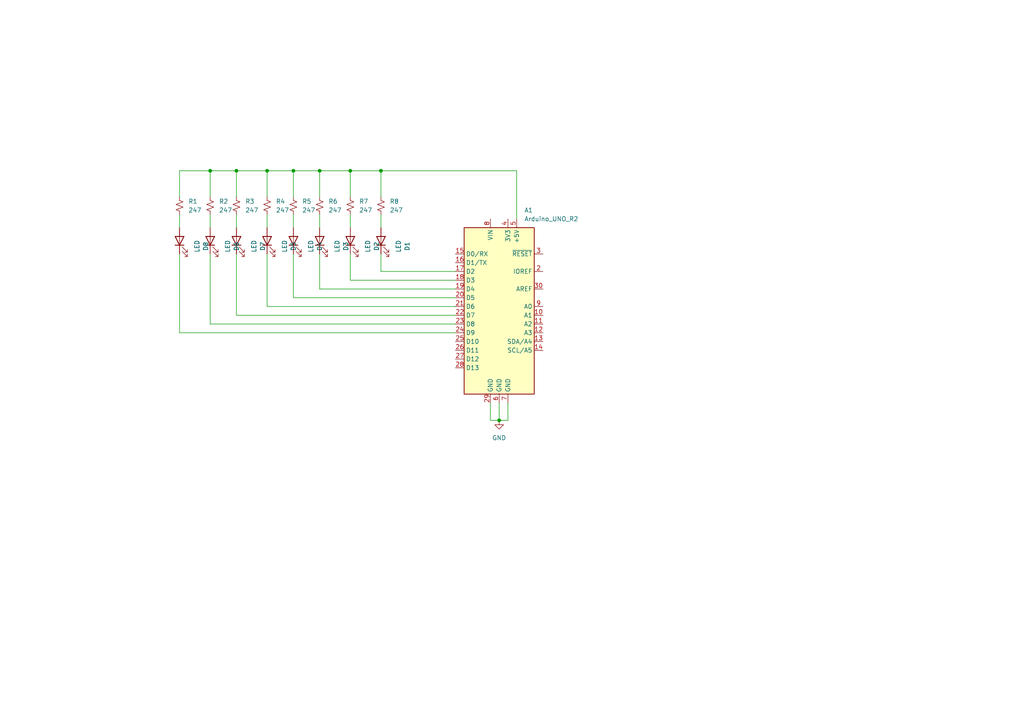
<source format=kicad_sch>
(kicad_sch (version 20230121) (generator eeschema)

  (uuid 779f9efa-ec1d-4798-9b81-0396b2677880)

  (paper "A4")

  (title_block
    (title "HO CHI MINH CITY UNIVERSITY OF TECHNOLOGY")
    (date "2024-01-19")
    (rev "1")
    (company "2051163_Nguyen Thi Hong Nhung")
  )

  (lib_symbols
    (symbol "Device:LED" (pin_numbers hide) (pin_names (offset 1.016) hide) (in_bom yes) (on_board yes)
      (property "Reference" "D" (at 0 2.54 0)
        (effects (font (size 1.27 1.27)))
      )
      (property "Value" "LED" (at 0 -2.54 0)
        (effects (font (size 1.27 1.27)))
      )
      (property "Footprint" "" (at 0 0 0)
        (effects (font (size 1.27 1.27)) hide)
      )
      (property "Datasheet" "~" (at 0 0 0)
        (effects (font (size 1.27 1.27)) hide)
      )
      (property "ki_keywords" "LED diode" (at 0 0 0)
        (effects (font (size 1.27 1.27)) hide)
      )
      (property "ki_description" "Light emitting diode" (at 0 0 0)
        (effects (font (size 1.27 1.27)) hide)
      )
      (property "ki_fp_filters" "LED* LED_SMD:* LED_THT:*" (at 0 0 0)
        (effects (font (size 1.27 1.27)) hide)
      )
      (symbol "LED_0_1"
        (polyline
          (pts
            (xy -1.27 -1.27)
            (xy -1.27 1.27)
          )
          (stroke (width 0.254) (type default))
          (fill (type none))
        )
        (polyline
          (pts
            (xy -1.27 0)
            (xy 1.27 0)
          )
          (stroke (width 0) (type default))
          (fill (type none))
        )
        (polyline
          (pts
            (xy 1.27 -1.27)
            (xy 1.27 1.27)
            (xy -1.27 0)
            (xy 1.27 -1.27)
          )
          (stroke (width 0.254) (type default))
          (fill (type none))
        )
        (polyline
          (pts
            (xy -3.048 -0.762)
            (xy -4.572 -2.286)
            (xy -3.81 -2.286)
            (xy -4.572 -2.286)
            (xy -4.572 -1.524)
          )
          (stroke (width 0) (type default))
          (fill (type none))
        )
        (polyline
          (pts
            (xy -1.778 -0.762)
            (xy -3.302 -2.286)
            (xy -2.54 -2.286)
            (xy -3.302 -2.286)
            (xy -3.302 -1.524)
          )
          (stroke (width 0) (type default))
          (fill (type none))
        )
      )
      (symbol "LED_1_1"
        (pin passive line (at -3.81 0 0) (length 2.54)
          (name "K" (effects (font (size 1.27 1.27))))
          (number "1" (effects (font (size 1.27 1.27))))
        )
        (pin passive line (at 3.81 0 180) (length 2.54)
          (name "A" (effects (font (size 1.27 1.27))))
          (number "2" (effects (font (size 1.27 1.27))))
        )
      )
    )
    (symbol "Device:R_Small_US" (pin_numbers hide) (pin_names (offset 0.254) hide) (in_bom yes) (on_board yes)
      (property "Reference" "R" (at 0.762 0.508 0)
        (effects (font (size 1.27 1.27)) (justify left))
      )
      (property "Value" "R_Small_US" (at 0.762 -1.016 0)
        (effects (font (size 1.27 1.27)) (justify left))
      )
      (property "Footprint" "" (at 0 0 0)
        (effects (font (size 1.27 1.27)) hide)
      )
      (property "Datasheet" "~" (at 0 0 0)
        (effects (font (size 1.27 1.27)) hide)
      )
      (property "ki_keywords" "r resistor" (at 0 0 0)
        (effects (font (size 1.27 1.27)) hide)
      )
      (property "ki_description" "Resistor, small US symbol" (at 0 0 0)
        (effects (font (size 1.27 1.27)) hide)
      )
      (property "ki_fp_filters" "R_*" (at 0 0 0)
        (effects (font (size 1.27 1.27)) hide)
      )
      (symbol "R_Small_US_1_1"
        (polyline
          (pts
            (xy 0 0)
            (xy 1.016 -0.381)
            (xy 0 -0.762)
            (xy -1.016 -1.143)
            (xy 0 -1.524)
          )
          (stroke (width 0) (type default))
          (fill (type none))
        )
        (polyline
          (pts
            (xy 0 1.524)
            (xy 1.016 1.143)
            (xy 0 0.762)
            (xy -1.016 0.381)
            (xy 0 0)
          )
          (stroke (width 0) (type default))
          (fill (type none))
        )
        (pin passive line (at 0 2.54 270) (length 1.016)
          (name "~" (effects (font (size 1.27 1.27))))
          (number "1" (effects (font (size 1.27 1.27))))
        )
        (pin passive line (at 0 -2.54 90) (length 1.016)
          (name "~" (effects (font (size 1.27 1.27))))
          (number "2" (effects (font (size 1.27 1.27))))
        )
      )
    )
    (symbol "MCU_Module:Arduino_UNO_R2" (in_bom yes) (on_board yes)
      (property "Reference" "A" (at -10.16 23.495 0)
        (effects (font (size 1.27 1.27)) (justify left bottom))
      )
      (property "Value" "Arduino_UNO_R2" (at 5.08 -26.67 0)
        (effects (font (size 1.27 1.27)) (justify left top))
      )
      (property "Footprint" "Module:Arduino_UNO_R2" (at 0 0 0)
        (effects (font (size 1.27 1.27) italic) hide)
      )
      (property "Datasheet" "https://www.arduino.cc/en/Main/arduinoBoardUno" (at 0 0 0)
        (effects (font (size 1.27 1.27)) hide)
      )
      (property "ki_keywords" "Arduino UNO R3 Microcontroller Module Atmel AVR USB" (at 0 0 0)
        (effects (font (size 1.27 1.27)) hide)
      )
      (property "ki_description" "Arduino UNO Microcontroller Module, release 2" (at 0 0 0)
        (effects (font (size 1.27 1.27)) hide)
      )
      (property "ki_fp_filters" "Arduino*UNO*R2*" (at 0 0 0)
        (effects (font (size 1.27 1.27)) hide)
      )
      (symbol "Arduino_UNO_R2_0_1"
        (rectangle (start -10.16 22.86) (end 10.16 -25.4)
          (stroke (width 0.254) (type default))
          (fill (type background))
        )
      )
      (symbol "Arduino_UNO_R2_1_1"
        (pin no_connect line (at -10.16 -20.32 0) (length 2.54) hide
          (name "NC" (effects (font (size 1.27 1.27))))
          (number "1" (effects (font (size 1.27 1.27))))
        )
        (pin bidirectional line (at 12.7 -2.54 180) (length 2.54)
          (name "A1" (effects (font (size 1.27 1.27))))
          (number "10" (effects (font (size 1.27 1.27))))
        )
        (pin bidirectional line (at 12.7 -5.08 180) (length 2.54)
          (name "A2" (effects (font (size 1.27 1.27))))
          (number "11" (effects (font (size 1.27 1.27))))
        )
        (pin bidirectional line (at 12.7 -7.62 180) (length 2.54)
          (name "A3" (effects (font (size 1.27 1.27))))
          (number "12" (effects (font (size 1.27 1.27))))
        )
        (pin bidirectional line (at 12.7 -10.16 180) (length 2.54)
          (name "SDA/A4" (effects (font (size 1.27 1.27))))
          (number "13" (effects (font (size 1.27 1.27))))
        )
        (pin bidirectional line (at 12.7 -12.7 180) (length 2.54)
          (name "SCL/A5" (effects (font (size 1.27 1.27))))
          (number "14" (effects (font (size 1.27 1.27))))
        )
        (pin bidirectional line (at -12.7 15.24 0) (length 2.54)
          (name "D0/RX" (effects (font (size 1.27 1.27))))
          (number "15" (effects (font (size 1.27 1.27))))
        )
        (pin bidirectional line (at -12.7 12.7 0) (length 2.54)
          (name "D1/TX" (effects (font (size 1.27 1.27))))
          (number "16" (effects (font (size 1.27 1.27))))
        )
        (pin bidirectional line (at -12.7 10.16 0) (length 2.54)
          (name "D2" (effects (font (size 1.27 1.27))))
          (number "17" (effects (font (size 1.27 1.27))))
        )
        (pin bidirectional line (at -12.7 7.62 0) (length 2.54)
          (name "D3" (effects (font (size 1.27 1.27))))
          (number "18" (effects (font (size 1.27 1.27))))
        )
        (pin bidirectional line (at -12.7 5.08 0) (length 2.54)
          (name "D4" (effects (font (size 1.27 1.27))))
          (number "19" (effects (font (size 1.27 1.27))))
        )
        (pin output line (at 12.7 10.16 180) (length 2.54)
          (name "IOREF" (effects (font (size 1.27 1.27))))
          (number "2" (effects (font (size 1.27 1.27))))
        )
        (pin bidirectional line (at -12.7 2.54 0) (length 2.54)
          (name "D5" (effects (font (size 1.27 1.27))))
          (number "20" (effects (font (size 1.27 1.27))))
        )
        (pin bidirectional line (at -12.7 0 0) (length 2.54)
          (name "D6" (effects (font (size 1.27 1.27))))
          (number "21" (effects (font (size 1.27 1.27))))
        )
        (pin bidirectional line (at -12.7 -2.54 0) (length 2.54)
          (name "D7" (effects (font (size 1.27 1.27))))
          (number "22" (effects (font (size 1.27 1.27))))
        )
        (pin bidirectional line (at -12.7 -5.08 0) (length 2.54)
          (name "D8" (effects (font (size 1.27 1.27))))
          (number "23" (effects (font (size 1.27 1.27))))
        )
        (pin bidirectional line (at -12.7 -7.62 0) (length 2.54)
          (name "D9" (effects (font (size 1.27 1.27))))
          (number "24" (effects (font (size 1.27 1.27))))
        )
        (pin bidirectional line (at -12.7 -10.16 0) (length 2.54)
          (name "D10" (effects (font (size 1.27 1.27))))
          (number "25" (effects (font (size 1.27 1.27))))
        )
        (pin bidirectional line (at -12.7 -12.7 0) (length 2.54)
          (name "D11" (effects (font (size 1.27 1.27))))
          (number "26" (effects (font (size 1.27 1.27))))
        )
        (pin bidirectional line (at -12.7 -15.24 0) (length 2.54)
          (name "D12" (effects (font (size 1.27 1.27))))
          (number "27" (effects (font (size 1.27 1.27))))
        )
        (pin bidirectional line (at -12.7 -17.78 0) (length 2.54)
          (name "D13" (effects (font (size 1.27 1.27))))
          (number "28" (effects (font (size 1.27 1.27))))
        )
        (pin power_in line (at -2.54 -27.94 90) (length 2.54)
          (name "GND" (effects (font (size 1.27 1.27))))
          (number "29" (effects (font (size 1.27 1.27))))
        )
        (pin input line (at 12.7 15.24 180) (length 2.54)
          (name "~{RESET}" (effects (font (size 1.27 1.27))))
          (number "3" (effects (font (size 1.27 1.27))))
        )
        (pin input line (at 12.7 5.08 180) (length 2.54)
          (name "AREF" (effects (font (size 1.27 1.27))))
          (number "30" (effects (font (size 1.27 1.27))))
        )
        (pin power_out line (at 2.54 25.4 270) (length 2.54)
          (name "3V3" (effects (font (size 1.27 1.27))))
          (number "4" (effects (font (size 1.27 1.27))))
        )
        (pin power_out line (at 5.08 25.4 270) (length 2.54)
          (name "+5V" (effects (font (size 1.27 1.27))))
          (number "5" (effects (font (size 1.27 1.27))))
        )
        (pin power_in line (at 0 -27.94 90) (length 2.54)
          (name "GND" (effects (font (size 1.27 1.27))))
          (number "6" (effects (font (size 1.27 1.27))))
        )
        (pin power_in line (at 2.54 -27.94 90) (length 2.54)
          (name "GND" (effects (font (size 1.27 1.27))))
          (number "7" (effects (font (size 1.27 1.27))))
        )
        (pin power_in line (at -2.54 25.4 270) (length 2.54)
          (name "VIN" (effects (font (size 1.27 1.27))))
          (number "8" (effects (font (size 1.27 1.27))))
        )
        (pin bidirectional line (at 12.7 0 180) (length 2.54)
          (name "A0" (effects (font (size 1.27 1.27))))
          (number "9" (effects (font (size 1.27 1.27))))
        )
      )
    )
    (symbol "power:GND" (power) (pin_names (offset 0)) (in_bom yes) (on_board yes)
      (property "Reference" "#PWR" (at 0 -6.35 0)
        (effects (font (size 1.27 1.27)) hide)
      )
      (property "Value" "GND" (at 0 -3.81 0)
        (effects (font (size 1.27 1.27)))
      )
      (property "Footprint" "" (at 0 0 0)
        (effects (font (size 1.27 1.27)) hide)
      )
      (property "Datasheet" "" (at 0 0 0)
        (effects (font (size 1.27 1.27)) hide)
      )
      (property "ki_keywords" "global power" (at 0 0 0)
        (effects (font (size 1.27 1.27)) hide)
      )
      (property "ki_description" "Power symbol creates a global label with name \"GND\" , ground" (at 0 0 0)
        (effects (font (size 1.27 1.27)) hide)
      )
      (symbol "GND_0_1"
        (polyline
          (pts
            (xy 0 0)
            (xy 0 -1.27)
            (xy 1.27 -1.27)
            (xy 0 -2.54)
            (xy -1.27 -1.27)
            (xy 0 -1.27)
          )
          (stroke (width 0) (type default))
          (fill (type none))
        )
      )
      (symbol "GND_1_1"
        (pin power_in line (at 0 0 270) (length 0) hide
          (name "GND" (effects (font (size 1.27 1.27))))
          (number "1" (effects (font (size 1.27 1.27))))
        )
      )
    )
  )

  (junction (at 60.96 49.53) (diameter 0) (color 0 0 0 0)
    (uuid 47d38ba1-7d1c-4152-9856-f69e4f9cc16b)
  )
  (junction (at 77.47 49.53) (diameter 0) (color 0 0 0 0)
    (uuid 57ed2454-a520-4f76-acc3-9cafcf3a9a10)
  )
  (junction (at 110.49 49.53) (diameter 0) (color 0 0 0 0)
    (uuid 7323ae0b-30bb-4dbf-aae2-c531ea5b9b67)
  )
  (junction (at 144.78 121.92) (diameter 0) (color 0 0 0 0)
    (uuid 8ce988d5-a262-441f-8ef3-2c5a8ee76df0)
  )
  (junction (at 101.6 49.53) (diameter 0) (color 0 0 0 0)
    (uuid c6cc4c3c-4aba-4366-b63f-9344bdeef99d)
  )
  (junction (at 68.58 49.53) (diameter 0) (color 0 0 0 0)
    (uuid d6531389-308c-456a-bf10-d78bdbb54bc4)
  )
  (junction (at 92.71 49.53) (diameter 0) (color 0 0 0 0)
    (uuid f83b81f2-5e5d-4bc7-8da5-b697a886b00c)
  )
  (junction (at 85.09 49.53) (diameter 0) (color 0 0 0 0)
    (uuid fe884c91-22d0-4260-99e9-c7de808e421a)
  )

  (wire (pts (xy 92.71 49.53) (xy 101.6 49.53))
    (stroke (width 0) (type default))
    (uuid 0cc4374e-c186-4f4f-a39a-72b3d5f45a85)
  )
  (wire (pts (xy 101.6 57.15) (xy 101.6 49.53))
    (stroke (width 0) (type default))
    (uuid 0e56df87-1d7b-4fe0-add5-7dabc25d29a5)
  )
  (wire (pts (xy 85.09 62.23) (xy 85.09 66.04))
    (stroke (width 0) (type default))
    (uuid 13626362-db51-48f0-a115-1d4ab540a0be)
  )
  (wire (pts (xy 110.49 62.23) (xy 110.49 66.04))
    (stroke (width 0) (type default))
    (uuid 204728aa-c729-458f-bcf5-af606277534d)
  )
  (wire (pts (xy 77.47 62.23) (xy 77.47 66.04))
    (stroke (width 0) (type default))
    (uuid 2570f92c-4838-40cb-990b-a47a394df3f3)
  )
  (wire (pts (xy 132.08 86.36) (xy 85.09 86.36))
    (stroke (width 0) (type default))
    (uuid 38e4155c-7cb2-4329-ba41-ce31a74371af)
  )
  (wire (pts (xy 60.96 62.23) (xy 60.96 66.04))
    (stroke (width 0) (type default))
    (uuid 398aa4d4-4ade-49a2-89ff-568eb0e1c1cf)
  )
  (wire (pts (xy 147.32 121.92) (xy 144.78 121.92))
    (stroke (width 0) (type default))
    (uuid 3c33a028-3376-4e06-ada1-929f3f436b25)
  )
  (wire (pts (xy 60.96 73.66) (xy 60.96 93.98))
    (stroke (width 0) (type default))
    (uuid 3c3dafbc-1c39-4fae-ac64-1a0574759a85)
  )
  (wire (pts (xy 68.58 49.53) (xy 68.58 57.15))
    (stroke (width 0) (type default))
    (uuid 410885e8-c19b-4ed7-b850-02b5f314b446)
  )
  (wire (pts (xy 132.08 91.44) (xy 68.58 91.44))
    (stroke (width 0) (type default))
    (uuid 47297ddb-f3e5-4ba9-aa3f-1592e5acd663)
  )
  (wire (pts (xy 60.96 49.53) (xy 60.96 57.15))
    (stroke (width 0) (type default))
    (uuid 532b0e15-91a2-4213-bdd8-8a8fb1f4c491)
  )
  (wire (pts (xy 85.09 49.53) (xy 85.09 57.15))
    (stroke (width 0) (type default))
    (uuid 54bd62a1-cb87-41d7-b1c2-e2dd5e3040b0)
  )
  (wire (pts (xy 85.09 73.66) (xy 85.09 86.36))
    (stroke (width 0) (type default))
    (uuid 577667ef-cf7a-44d3-9d18-bf27e1fe5192)
  )
  (wire (pts (xy 77.47 49.53) (xy 85.09 49.53))
    (stroke (width 0) (type default))
    (uuid 5927b645-0928-4d25-b7e0-1c295d4b5f83)
  )
  (wire (pts (xy 92.71 49.53) (xy 92.71 57.15))
    (stroke (width 0) (type default))
    (uuid 5b438e59-32f9-4db4-9e2c-d9acc90030a0)
  )
  (wire (pts (xy 110.49 57.15) (xy 110.49 49.53))
    (stroke (width 0) (type default))
    (uuid 5f87576e-d443-4e51-a067-ba24b5dfae44)
  )
  (wire (pts (xy 77.47 49.53) (xy 77.47 57.15))
    (stroke (width 0) (type default))
    (uuid 5f9a8593-1249-4427-9d9e-35d373fa0c9c)
  )
  (wire (pts (xy 52.07 57.15) (xy 52.07 49.53))
    (stroke (width 0) (type default))
    (uuid 621693f2-c9a9-4491-b686-37dd99f3ca95)
  )
  (wire (pts (xy 68.58 73.66) (xy 68.58 91.44))
    (stroke (width 0) (type default))
    (uuid 64a70ea5-de1d-462a-a9c7-7dc9ae20a874)
  )
  (wire (pts (xy 149.86 49.53) (xy 149.86 63.5))
    (stroke (width 0) (type default))
    (uuid 67eb9763-6b41-40ec-88f2-7d6fc91c8873)
  )
  (wire (pts (xy 60.96 49.53) (xy 68.58 49.53))
    (stroke (width 0) (type default))
    (uuid 6cc8b57a-bde2-47c6-b03b-80b4dfd84346)
  )
  (wire (pts (xy 52.07 49.53) (xy 60.96 49.53))
    (stroke (width 0) (type default))
    (uuid 769854db-f930-47f4-8bc3-c4252441faba)
  )
  (wire (pts (xy 110.49 73.66) (xy 110.49 78.74))
    (stroke (width 0) (type default))
    (uuid 791dfc00-9fd3-4883-9373-ffd672376113)
  )
  (wire (pts (xy 77.47 88.9) (xy 132.08 88.9))
    (stroke (width 0) (type default))
    (uuid 79ddcfea-734f-4855-84f2-2f4024e7b2a2)
  )
  (wire (pts (xy 101.6 73.66) (xy 101.6 81.28))
    (stroke (width 0) (type default))
    (uuid 7abec292-292e-45c6-8d5b-94699ba60954)
  )
  (wire (pts (xy 77.47 73.66) (xy 77.47 88.9))
    (stroke (width 0) (type default))
    (uuid 8423c220-a19d-4229-8336-5c53dcc3be07)
  )
  (wire (pts (xy 92.71 62.23) (xy 92.71 66.04))
    (stroke (width 0) (type default))
    (uuid 8758000b-7fe1-4c12-acc3-12332561495c)
  )
  (wire (pts (xy 147.32 116.84) (xy 147.32 121.92))
    (stroke (width 0) (type default))
    (uuid 87af46c1-fad1-4d1c-a474-ddab5fbe5219)
  )
  (wire (pts (xy 68.58 62.23) (xy 68.58 66.04))
    (stroke (width 0) (type default))
    (uuid 88cab17b-4de7-4bed-b678-7d410e173011)
  )
  (wire (pts (xy 142.24 116.84) (xy 142.24 121.92))
    (stroke (width 0) (type default))
    (uuid 9a880ea0-25ba-4671-bea3-76fdeaec0e90)
  )
  (wire (pts (xy 68.58 49.53) (xy 77.47 49.53))
    (stroke (width 0) (type default))
    (uuid a3673288-91af-4974-8b03-5cf70efd77eb)
  )
  (wire (pts (xy 101.6 49.53) (xy 110.49 49.53))
    (stroke (width 0) (type default))
    (uuid b0227179-a3a2-4f1e-8d16-1df046dbda31)
  )
  (wire (pts (xy 92.71 73.66) (xy 92.71 83.82))
    (stroke (width 0) (type default))
    (uuid bb334d04-9748-4dd4-88d0-498b3b5b8993)
  )
  (wire (pts (xy 132.08 78.74) (xy 110.49 78.74))
    (stroke (width 0) (type default))
    (uuid c0cb0fbf-37ab-4223-abe0-8fa316e87ced)
  )
  (wire (pts (xy 101.6 62.23) (xy 101.6 66.04))
    (stroke (width 0) (type default))
    (uuid cb830673-2394-489f-99b8-e7eeb9ccea50)
  )
  (wire (pts (xy 132.08 96.52) (xy 52.07 96.52))
    (stroke (width 0) (type default))
    (uuid ce3bba97-d40e-419a-946a-8445d7d29f77)
  )
  (wire (pts (xy 110.49 49.53) (xy 149.86 49.53))
    (stroke (width 0) (type default))
    (uuid d13a53b6-9007-4b8e-b259-de97a4d64886)
  )
  (wire (pts (xy 52.07 62.23) (xy 52.07 66.04))
    (stroke (width 0) (type default))
    (uuid d7ce9910-aa3f-41b7-8777-52dcdc144e66)
  )
  (wire (pts (xy 101.6 81.28) (xy 132.08 81.28))
    (stroke (width 0) (type default))
    (uuid d94114d1-9f81-4bb8-8a98-bffd70297fe8)
  )
  (wire (pts (xy 85.09 49.53) (xy 92.71 49.53))
    (stroke (width 0) (type default))
    (uuid de458795-03c9-403c-bb3d-d5f105909122)
  )
  (wire (pts (xy 52.07 73.66) (xy 52.07 96.52))
    (stroke (width 0) (type default))
    (uuid e2941b60-35f0-4514-927a-2c38961c7697)
  )
  (wire (pts (xy 132.08 83.82) (xy 92.71 83.82))
    (stroke (width 0) (type default))
    (uuid e2de877a-c437-45bb-9a8f-096345caa6b9)
  )
  (wire (pts (xy 144.78 116.84) (xy 144.78 121.92))
    (stroke (width 0) (type default))
    (uuid e6cbe20a-8cb4-4d9a-9c79-278806f362c1)
  )
  (wire (pts (xy 60.96 93.98) (xy 132.08 93.98))
    (stroke (width 0) (type default))
    (uuid ebca0481-a794-49b4-bc19-7f9857d415bc)
  )
  (wire (pts (xy 142.24 121.92) (xy 144.78 121.92))
    (stroke (width 0) (type default))
    (uuid f68a8a06-9ca2-4920-8d9b-775362b1d003)
  )

  (symbol (lib_id "Device:R_Small_US") (at 68.58 59.69 0) (unit 1)
    (in_bom yes) (on_board yes) (dnp no) (fields_autoplaced)
    (uuid 0d63d1be-c780-4265-b9b3-42f214b80dee)
    (property "Reference" "R3" (at 71.12 58.42 0)
      (effects (font (size 1.27 1.27)) (justify left))
    )
    (property "Value" "247" (at 71.12 60.96 0)
      (effects (font (size 1.27 1.27)) (justify left))
    )
    (property "Footprint" "Resistor_SMD:R_0603_1608Metric" (at 68.58 59.69 0)
      (effects (font (size 1.27 1.27)) hide)
    )
    (property "Datasheet" "~" (at 68.58 59.69 0)
      (effects (font (size 1.27 1.27)) hide)
    )
    (pin "2" (uuid d9401bd9-e1d7-4c39-a72e-ddf88e9dc694))
    (pin "1" (uuid fb5e8e61-13a6-4d36-b651-03b5420cf4ca))
    (instances
      (project "project1"
        (path "/779f9efa-ec1d-4798-9b81-0396b2677880"
          (reference "R3") (unit 1)
        )
      )
    )
  )

  (symbol (lib_id "Device:LED") (at 77.47 69.85 90) (unit 1)
    (in_bom yes) (on_board yes) (dnp no) (fields_autoplaced)
    (uuid 1e33abd8-aa06-4db3-b3ad-a042e026d23d)
    (property "Reference" "D5" (at 85.09 71.4375 0)
      (effects (font (size 1.27 1.27)))
    )
    (property "Value" "LED" (at 82.55 71.4375 0)
      (effects (font (size 1.27 1.27)))
    )
    (property "Footprint" "LED_SMD:LED_0805_2012Metric" (at 77.47 69.85 0)
      (effects (font (size 1.27 1.27)) hide)
    )
    (property "Datasheet" "~" (at 77.47 69.85 0)
      (effects (font (size 1.27 1.27)) hide)
    )
    (pin "1" (uuid 035cff36-a9b0-43a6-9e11-3c5f9402936e))
    (pin "2" (uuid dff0f187-fe40-4be7-9a2e-809a23b63ffd))
    (instances
      (project "project1"
        (path "/779f9efa-ec1d-4798-9b81-0396b2677880"
          (reference "D5") (unit 1)
        )
      )
    )
  )

  (symbol (lib_id "Device:R_Small_US") (at 85.09 59.69 0) (unit 1)
    (in_bom yes) (on_board yes) (dnp no) (fields_autoplaced)
    (uuid 2931592b-38b6-4f94-a317-e0d6f6c05066)
    (property "Reference" "R5" (at 87.63 58.42 0)
      (effects (font (size 1.27 1.27)) (justify left))
    )
    (property "Value" "247" (at 87.63 60.96 0)
      (effects (font (size 1.27 1.27)) (justify left))
    )
    (property "Footprint" "Resistor_SMD:R_0603_1608Metric" (at 85.09 59.69 0)
      (effects (font (size 1.27 1.27)) hide)
    )
    (property "Datasheet" "~" (at 85.09 59.69 0)
      (effects (font (size 1.27 1.27)) hide)
    )
    (pin "2" (uuid 1bcd5d67-1dc3-49c6-a7ed-b765c55ed0cf))
    (pin "1" (uuid 25b9deed-22e7-40a9-bd49-09bcdd5e7d72))
    (instances
      (project "project1"
        (path "/779f9efa-ec1d-4798-9b81-0396b2677880"
          (reference "R5") (unit 1)
        )
      )
    )
  )

  (symbol (lib_id "Device:LED") (at 92.71 69.85 90) (unit 1)
    (in_bom yes) (on_board yes) (dnp no) (fields_autoplaced)
    (uuid 2b04727e-91a2-4093-b35b-53be8c914efe)
    (property "Reference" "D3" (at 100.33 71.4375 0)
      (effects (font (size 1.27 1.27)))
    )
    (property "Value" "LED" (at 97.79 71.4375 0)
      (effects (font (size 1.27 1.27)))
    )
    (property "Footprint" "LED_SMD:LED_0805_2012Metric" (at 92.71 69.85 0)
      (effects (font (size 1.27 1.27)) hide)
    )
    (property "Datasheet" "~" (at 92.71 69.85 0)
      (effects (font (size 1.27 1.27)) hide)
    )
    (pin "2" (uuid 4d982a71-4061-4077-8b8d-31c35c020988))
    (pin "1" (uuid 592150df-bc9e-43dd-9eeb-1f62d19d2f47))
    (instances
      (project "project1"
        (path "/779f9efa-ec1d-4798-9b81-0396b2677880"
          (reference "D3") (unit 1)
        )
      )
    )
  )

  (symbol (lib_id "Device:R_Small_US") (at 52.07 59.69 0) (unit 1)
    (in_bom yes) (on_board yes) (dnp no) (fields_autoplaced)
    (uuid 67a9c5f5-660c-4d0b-88f3-dd587a38eeb7)
    (property "Reference" "R1" (at 54.61 58.42 0)
      (effects (font (size 1.27 1.27)) (justify left))
    )
    (property "Value" "247" (at 54.61 60.96 0)
      (effects (font (size 1.27 1.27)) (justify left))
    )
    (property "Footprint" "Resistor_SMD:R_0603_1608Metric" (at 52.07 59.69 0)
      (effects (font (size 1.27 1.27)) hide)
    )
    (property "Datasheet" "~" (at 52.07 59.69 0)
      (effects (font (size 1.27 1.27)) hide)
    )
    (pin "2" (uuid 0b56877f-4427-456b-8f9a-e83c359bf51c))
    (pin "1" (uuid 7a860a0d-bad0-4b3d-9841-dc41d9a4f12a))
    (instances
      (project "project1"
        (path "/779f9efa-ec1d-4798-9b81-0396b2677880"
          (reference "R1") (unit 1)
        )
      )
    )
  )

  (symbol (lib_id "power:GND") (at 144.78 121.92 0) (unit 1)
    (in_bom yes) (on_board yes) (dnp no) (fields_autoplaced)
    (uuid 74c9b44e-7012-4941-8e35-3af64dd16a16)
    (property "Reference" "#PWR01" (at 144.78 128.27 0)
      (effects (font (size 1.27 1.27)) hide)
    )
    (property "Value" "GND" (at 144.78 127 0)
      (effects (font (size 1.27 1.27)))
    )
    (property "Footprint" "" (at 144.78 121.92 0)
      (effects (font (size 1.27 1.27)) hide)
    )
    (property "Datasheet" "" (at 144.78 121.92 0)
      (effects (font (size 1.27 1.27)) hide)
    )
    (pin "1" (uuid 403f921e-8572-4bd8-a815-192fbed4844c))
    (instances
      (project "project1"
        (path "/779f9efa-ec1d-4798-9b81-0396b2677880"
          (reference "#PWR01") (unit 1)
        )
      )
    )
  )

  (symbol (lib_id "MCU_Module:Arduino_UNO_R2") (at 144.78 88.9 0) (unit 1)
    (in_bom yes) (on_board yes) (dnp no) (fields_autoplaced)
    (uuid 88874f07-60a8-44a5-a470-2806c36e976d)
    (property "Reference" "A1" (at 152.0541 60.96 0)
      (effects (font (size 1.27 1.27)) (justify left))
    )
    (property "Value" "Arduino_UNO_R2" (at 152.0541 63.5 0)
      (effects (font (size 1.27 1.27)) (justify left))
    )
    (property "Footprint" "Module:Arduino_UNO_R2" (at 144.78 88.9 0)
      (effects (font (size 1.27 1.27) italic) hide)
    )
    (property "Datasheet" "https://www.arduino.cc/en/Main/arduinoBoardUno" (at 144.78 88.9 0)
      (effects (font (size 1.27 1.27)) hide)
    )
    (pin "21" (uuid ee9124e9-2101-4380-95d2-e9bbd633f08a))
    (pin "28" (uuid 9233e6a5-9535-4dda-9b67-edd366ecc422))
    (pin "14" (uuid ac59f98a-267a-4102-9162-041bd8387774))
    (pin "13" (uuid bf0d9cfe-c3ec-4491-8402-ff3525691d20))
    (pin "27" (uuid e021b514-edd7-4af0-a614-2f2dc494b596))
    (pin "29" (uuid c468f1c2-58c0-4e02-951c-c70989db1557))
    (pin "22" (uuid 2f84fb2f-4bb7-4ea1-a694-45b87d2a9e26))
    (pin "24" (uuid 7ca9b625-6151-4e35-b9c2-7939b2c7880d))
    (pin "10" (uuid 3fa060d3-8249-4839-a9df-ab037d002d29))
    (pin "23" (uuid e76d2a46-be24-465a-9d50-3af067f5f824))
    (pin "26" (uuid a0048b8d-6d7c-4df3-a1cf-d9139b466483))
    (pin "30" (uuid 559c43bf-59d7-4fda-b7ec-ab3edfc57735))
    (pin "7" (uuid 8ca40e69-ba55-4108-89ee-51605d686383))
    (pin "16" (uuid 4f4e4244-f738-44e2-9f0c-e961ca6b47a7))
    (pin "18" (uuid 7de15b0c-c91d-41f8-8d34-07061e4280cc))
    (pin "3" (uuid 4b86d6e6-4fcf-4aaa-9159-b53ffb77a84f))
    (pin "15" (uuid 80245712-bc53-43e2-b6cf-559aad584222))
    (pin "2" (uuid da59da3b-e927-496e-a3a8-d55ba83454df))
    (pin "20" (uuid 48f839cb-018d-4681-983a-ffc47653fec5))
    (pin "6" (uuid 9ce534ba-5b3a-4897-b0b7-ba381b41397e))
    (pin "25" (uuid 7f15995e-254d-4ea4-bbf1-118953cdf0bc))
    (pin "19" (uuid 6e40d23f-c1a1-454c-a179-18ad4171c9d1))
    (pin "9" (uuid 93ccce82-747d-4b16-b2e8-9d7aaff8faaa))
    (pin "5" (uuid 4ca3f214-a344-4219-87e1-01dd503a31f3))
    (pin "17" (uuid 60cbcfbd-8fdd-462c-9ef6-d4852541b113))
    (pin "4" (uuid 03ce6a1e-3ece-4553-a738-e5897dac5836))
    (pin "8" (uuid 661d590b-2f91-4e3f-884d-c6eab655c676))
    (pin "11" (uuid 94907925-2837-4fd3-b11a-9aa18df3cdd2))
    (pin "12" (uuid 5c64bdb6-2918-41df-8eb9-b65064212ef4))
    (pin "1" (uuid 64917265-0a33-4374-a926-a7d2b66d89f5))
    (instances
      (project "project1"
        (path "/779f9efa-ec1d-4798-9b81-0396b2677880"
          (reference "A1") (unit 1)
        )
      )
    )
  )

  (symbol (lib_id "Device:LED") (at 52.07 69.85 90) (unit 1)
    (in_bom yes) (on_board yes) (dnp no) (fields_autoplaced)
    (uuid 8be2dd7a-8c20-4103-848a-ef881430c567)
    (property "Reference" "D8" (at 59.69 71.4375 0)
      (effects (font (size 1.27 1.27)))
    )
    (property "Value" "LED" (at 57.15 71.4375 0)
      (effects (font (size 1.27 1.27)))
    )
    (property "Footprint" "LED_SMD:LED_0805_2012Metric" (at 52.07 69.85 0)
      (effects (font (size 1.27 1.27)) hide)
    )
    (property "Datasheet" "~" (at 52.07 69.85 0)
      (effects (font (size 1.27 1.27)) hide)
    )
    (pin "2" (uuid 112761ca-84aa-4057-a953-16d1fa1ba641))
    (pin "1" (uuid 6e23f293-c4c6-4c49-bea5-bab1c9d40744))
    (instances
      (project "project1"
        (path "/779f9efa-ec1d-4798-9b81-0396b2677880"
          (reference "D8") (unit 1)
        )
      )
    )
  )

  (symbol (lib_id "Device:R_Small_US") (at 101.6 59.69 0) (unit 1)
    (in_bom yes) (on_board yes) (dnp no) (fields_autoplaced)
    (uuid 924ffcad-b1bd-4706-a3e2-c400f681a8f1)
    (property "Reference" "R7" (at 104.14 58.42 0)
      (effects (font (size 1.27 1.27)) (justify left))
    )
    (property "Value" "247" (at 104.14 60.96 0)
      (effects (font (size 1.27 1.27)) (justify left))
    )
    (property "Footprint" "Resistor_SMD:R_0603_1608Metric" (at 101.6 59.69 0)
      (effects (font (size 1.27 1.27)) hide)
    )
    (property "Datasheet" "~" (at 101.6 59.69 0)
      (effects (font (size 1.27 1.27)) hide)
    )
    (pin "2" (uuid b365dcb2-75a7-4cc2-9285-c704b44dbc64))
    (pin "1" (uuid e5b5676b-b7fe-43b4-a34e-6de19285ca73))
    (instances
      (project "project1"
        (path "/779f9efa-ec1d-4798-9b81-0396b2677880"
          (reference "R7") (unit 1)
        )
      )
    )
  )

  (symbol (lib_id "Device:R_Small_US") (at 110.49 59.69 0) (unit 1)
    (in_bom yes) (on_board yes) (dnp no) (fields_autoplaced)
    (uuid 959fcd51-1b9a-4e29-8022-79cd82b882dd)
    (property "Reference" "R8" (at 113.03 58.42 0)
      (effects (font (size 1.27 1.27)) (justify left))
    )
    (property "Value" "247" (at 113.03 60.96 0)
      (effects (font (size 1.27 1.27)) (justify left))
    )
    (property "Footprint" "Resistor_SMD:R_0603_1608Metric" (at 110.49 59.69 0)
      (effects (font (size 1.27 1.27)) hide)
    )
    (property "Datasheet" "~" (at 110.49 59.69 0)
      (effects (font (size 1.27 1.27)) hide)
    )
    (pin "2" (uuid 4b58037c-9a0b-4b08-9934-7f59d6e7535f))
    (pin "1" (uuid 7f136c15-53a7-4336-a837-9b8be44b3552))
    (instances
      (project "project1"
        (path "/779f9efa-ec1d-4798-9b81-0396b2677880"
          (reference "R8") (unit 1)
        )
      )
    )
  )

  (symbol (lib_id "Device:LED") (at 68.58 69.85 90) (unit 1)
    (in_bom yes) (on_board yes) (dnp no) (fields_autoplaced)
    (uuid a44cd80a-8f44-46b1-bd85-c22be05ecfb7)
    (property "Reference" "D7" (at 76.2 71.4375 0)
      (effects (font (size 1.27 1.27)))
    )
    (property "Value" "LED" (at 73.66 71.4375 0)
      (effects (font (size 1.27 1.27)))
    )
    (property "Footprint" "LED_SMD:LED_0805_2012Metric" (at 68.58 69.85 0)
      (effects (font (size 1.27 1.27)) hide)
    )
    (property "Datasheet" "~" (at 68.58 69.85 0)
      (effects (font (size 1.27 1.27)) hide)
    )
    (pin "1" (uuid 20c400ac-530b-4471-8eb3-48bd1ec27590))
    (pin "2" (uuid f11166f9-1f5b-4d1d-8b4b-b28af61995ff))
    (instances
      (project "project1"
        (path "/779f9efa-ec1d-4798-9b81-0396b2677880"
          (reference "D7") (unit 1)
        )
      )
    )
  )

  (symbol (lib_id "Device:LED") (at 110.49 69.85 90) (unit 1)
    (in_bom yes) (on_board yes) (dnp no) (fields_autoplaced)
    (uuid abb98dd3-69d3-44cd-b97b-15dd7538c408)
    (property "Reference" "D1" (at 118.11 71.4375 0)
      (effects (font (size 1.27 1.27)))
    )
    (property "Value" "LED" (at 115.57 71.4375 0)
      (effects (font (size 1.27 1.27)))
    )
    (property "Footprint" "LED_SMD:LED_0805_2012Metric" (at 110.49 69.85 0)
      (effects (font (size 1.27 1.27)) hide)
    )
    (property "Datasheet" "~" (at 110.49 69.85 0)
      (effects (font (size 1.27 1.27)) hide)
    )
    (pin "1" (uuid ab7290e6-9717-4e81-8d1f-15df4e626af8))
    (pin "2" (uuid f9ee8ee5-1ef2-4a41-8fa4-5c842e9c9a38))
    (instances
      (project "project1"
        (path "/779f9efa-ec1d-4798-9b81-0396b2677880"
          (reference "D1") (unit 1)
        )
      )
    )
  )

  (symbol (lib_id "Device:R_Small_US") (at 77.47 59.69 0) (unit 1)
    (in_bom yes) (on_board yes) (dnp no) (fields_autoplaced)
    (uuid ba61dda0-3fce-4fe2-80b6-ee2162e537f2)
    (property "Reference" "R4" (at 80.01 58.42 0)
      (effects (font (size 1.27 1.27)) (justify left))
    )
    (property "Value" "247" (at 80.01 60.96 0)
      (effects (font (size 1.27 1.27)) (justify left))
    )
    (property "Footprint" "Resistor_SMD:R_0603_1608Metric" (at 77.47 59.69 0)
      (effects (font (size 1.27 1.27)) hide)
    )
    (property "Datasheet" "~" (at 77.47 59.69 0)
      (effects (font (size 1.27 1.27)) hide)
    )
    (pin "2" (uuid adf1a9e9-9937-4f38-88e7-0a53230ac1b0))
    (pin "1" (uuid a9400b6b-11d8-479b-bf93-20d39232cfb0))
    (instances
      (project "project1"
        (path "/779f9efa-ec1d-4798-9b81-0396b2677880"
          (reference "R4") (unit 1)
        )
      )
    )
  )

  (symbol (lib_id "Device:LED") (at 60.96 69.85 90) (unit 1)
    (in_bom yes) (on_board yes) (dnp no) (fields_autoplaced)
    (uuid bbe935e8-0b6d-478c-ab36-0db0b5166110)
    (property "Reference" "D6" (at 68.58 71.4375 0)
      (effects (font (size 1.27 1.27)))
    )
    (property "Value" "LED" (at 66.04 71.4375 0)
      (effects (font (size 1.27 1.27)))
    )
    (property "Footprint" "LED_SMD:LED_0805_2012Metric" (at 60.96 69.85 0)
      (effects (font (size 1.27 1.27)) hide)
    )
    (property "Datasheet" "~" (at 60.96 69.85 0)
      (effects (font (size 1.27 1.27)) hide)
    )
    (pin "2" (uuid 4671088d-ba95-45a2-8251-bc7c0f643e59))
    (pin "1" (uuid be1d17d0-79f2-451a-81fa-ff187bcda4c0))
    (instances
      (project "project1"
        (path "/779f9efa-ec1d-4798-9b81-0396b2677880"
          (reference "D6") (unit 1)
        )
      )
    )
  )

  (symbol (lib_id "Device:LED") (at 101.6 69.85 90) (unit 1)
    (in_bom yes) (on_board yes) (dnp no)
    (uuid d18873a6-640b-4505-a8d0-d45101cd05bb)
    (property "Reference" "D2" (at 109.22 71.4375 0)
      (effects (font (size 1.27 1.27)))
    )
    (property "Value" "LED" (at 106.68 71.4375 0)
      (effects (font (size 1.27 1.27)))
    )
    (property "Footprint" "LED_SMD:LED_0805_2012Metric" (at 101.6 69.85 0)
      (effects (font (size 1.27 1.27)) hide)
    )
    (property "Datasheet" "~" (at 101.6 69.85 0)
      (effects (font (size 1.27 1.27)) hide)
    )
    (pin "2" (uuid 0cb06f3e-0491-48e2-90ae-591a9140ed22))
    (pin "1" (uuid 3c294695-ceef-4cb3-8071-b2ba0d2b84fd))
    (instances
      (project "project1"
        (path "/779f9efa-ec1d-4798-9b81-0396b2677880"
          (reference "D2") (unit 1)
        )
      )
    )
  )

  (symbol (lib_id "Device:R_Small_US") (at 60.96 59.69 0) (unit 1)
    (in_bom yes) (on_board yes) (dnp no) (fields_autoplaced)
    (uuid d7deef16-2a04-4eb6-92ed-4eec01f36625)
    (property "Reference" "R2" (at 63.5 58.42 0)
      (effects (font (size 1.27 1.27)) (justify left))
    )
    (property "Value" "247" (at 63.5 60.96 0)
      (effects (font (size 1.27 1.27)) (justify left))
    )
    (property "Footprint" "Resistor_SMD:R_0603_1608Metric" (at 60.96 59.69 0)
      (effects (font (size 1.27 1.27)) hide)
    )
    (property "Datasheet" "~" (at 60.96 59.69 0)
      (effects (font (size 1.27 1.27)) hide)
    )
    (pin "2" (uuid 73c2cd0c-a7a8-49a3-b30e-136f37ea7c05))
    (pin "1" (uuid 16cf5ff6-09d3-44bc-97f5-0a78edeb86eb))
    (instances
      (project "project1"
        (path "/779f9efa-ec1d-4798-9b81-0396b2677880"
          (reference "R2") (unit 1)
        )
      )
    )
  )

  (symbol (lib_id "Device:R_Small_US") (at 92.71 59.69 0) (unit 1)
    (in_bom yes) (on_board yes) (dnp no) (fields_autoplaced)
    (uuid db0ae0d1-7f7c-474a-87a7-0221918c439c)
    (property "Reference" "R6" (at 95.25 58.42 0)
      (effects (font (size 1.27 1.27)) (justify left))
    )
    (property "Value" "247" (at 95.25 60.96 0)
      (effects (font (size 1.27 1.27)) (justify left))
    )
    (property "Footprint" "Resistor_SMD:R_0603_1608Metric" (at 92.71 59.69 0)
      (effects (font (size 1.27 1.27)) hide)
    )
    (property "Datasheet" "~" (at 92.71 59.69 0)
      (effects (font (size 1.27 1.27)) hide)
    )
    (pin "2" (uuid 801d1c1a-54a5-42dd-b453-a0bb0ad33609))
    (pin "1" (uuid b5c9f9cb-3993-404a-bd14-a8b2b5809262))
    (instances
      (project "project1"
        (path "/779f9efa-ec1d-4798-9b81-0396b2677880"
          (reference "R6") (unit 1)
        )
      )
    )
  )

  (symbol (lib_id "Device:LED") (at 85.09 69.85 90) (unit 1)
    (in_bom yes) (on_board yes) (dnp no) (fields_autoplaced)
    (uuid faf4d813-7525-475c-ad7b-4c4750ec3a90)
    (property "Reference" "D4" (at 92.71 71.4375 0)
      (effects (font (size 1.27 1.27)))
    )
    (property "Value" "LED" (at 90.17 71.4375 0)
      (effects (font (size 1.27 1.27)))
    )
    (property "Footprint" "LED_SMD:LED_0805_2012Metric" (at 85.09 69.85 0)
      (effects (font (size 1.27 1.27)) hide)
    )
    (property "Datasheet" "~" (at 85.09 69.85 0)
      (effects (font (size 1.27 1.27)) hide)
    )
    (pin "1" (uuid 526605b3-dd3e-460f-a80b-2678220e145e))
    (pin "2" (uuid 3f62694a-27d7-42c1-97b7-59d4d96486c9))
    (instances
      (project "project1"
        (path "/779f9efa-ec1d-4798-9b81-0396b2677880"
          (reference "D4") (unit 1)
        )
      )
    )
  )

  (sheet_instances
    (path "/" (page "1"))
  )
)

</source>
